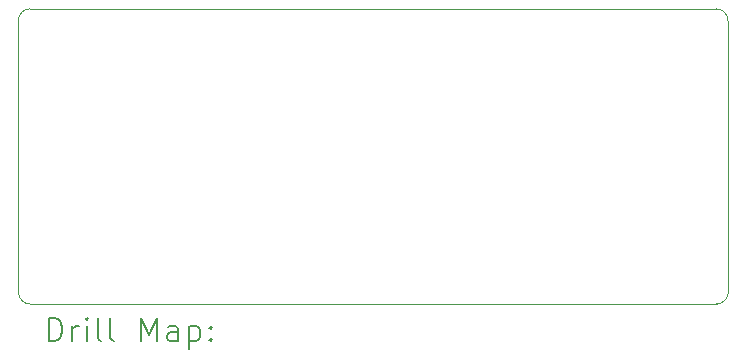
<source format=gbr>
%TF.GenerationSoftware,KiCad,Pcbnew,7.0.6*%
%TF.CreationDate,2024-04-06T17:32:56-04:00*%
%TF.ProjectId,5.2_5V,352e325f-3556-42e6-9b69-6361645f7063,rev?*%
%TF.SameCoordinates,Original*%
%TF.FileFunction,Drillmap*%
%TF.FilePolarity,Positive*%
%FSLAX45Y45*%
G04 Gerber Fmt 4.5, Leading zero omitted, Abs format (unit mm)*
G04 Created by KiCad (PCBNEW 7.0.6) date 2024-04-06 17:32:56*
%MOMM*%
%LPD*%
G01*
G04 APERTURE LIST*
%ADD10C,0.100000*%
%ADD11C,0.200000*%
G04 APERTURE END LIST*
D10*
X12553950Y-3287700D02*
X12553950Y-5587700D01*
X18561050Y-3287700D02*
X18565000Y-5587012D01*
X18561050Y-3287700D02*
G75*
G03*
X18461050Y-3187700I-100000J0D01*
G01*
X12653950Y-3187700D02*
G75*
G03*
X12553950Y-3287700I0J-100000D01*
G01*
X12653950Y-3187700D02*
X18461050Y-3187700D01*
X12653950Y-5687700D02*
X18465012Y-5687012D01*
X12553950Y-5587700D02*
G75*
G03*
X12653950Y-5687700I100000J0D01*
G01*
X18465012Y-5687010D02*
G75*
G03*
X18565000Y-5587012I-12J100000D01*
G01*
D11*
X12809727Y-6004184D02*
X12809727Y-5804184D01*
X12809727Y-5804184D02*
X12857346Y-5804184D01*
X12857346Y-5804184D02*
X12885917Y-5813708D01*
X12885917Y-5813708D02*
X12904965Y-5832755D01*
X12904965Y-5832755D02*
X12914489Y-5851803D01*
X12914489Y-5851803D02*
X12924012Y-5889898D01*
X12924012Y-5889898D02*
X12924012Y-5918469D01*
X12924012Y-5918469D02*
X12914489Y-5956565D01*
X12914489Y-5956565D02*
X12904965Y-5975612D01*
X12904965Y-5975612D02*
X12885917Y-5994660D01*
X12885917Y-5994660D02*
X12857346Y-6004184D01*
X12857346Y-6004184D02*
X12809727Y-6004184D01*
X13009727Y-6004184D02*
X13009727Y-5870850D01*
X13009727Y-5908946D02*
X13019251Y-5889898D01*
X13019251Y-5889898D02*
X13028774Y-5880374D01*
X13028774Y-5880374D02*
X13047822Y-5870850D01*
X13047822Y-5870850D02*
X13066870Y-5870850D01*
X13133536Y-6004184D02*
X13133536Y-5870850D01*
X13133536Y-5804184D02*
X13124012Y-5813708D01*
X13124012Y-5813708D02*
X13133536Y-5823231D01*
X13133536Y-5823231D02*
X13143060Y-5813708D01*
X13143060Y-5813708D02*
X13133536Y-5804184D01*
X13133536Y-5804184D02*
X13133536Y-5823231D01*
X13257346Y-6004184D02*
X13238298Y-5994660D01*
X13238298Y-5994660D02*
X13228774Y-5975612D01*
X13228774Y-5975612D02*
X13228774Y-5804184D01*
X13362108Y-6004184D02*
X13343060Y-5994660D01*
X13343060Y-5994660D02*
X13333536Y-5975612D01*
X13333536Y-5975612D02*
X13333536Y-5804184D01*
X13590679Y-6004184D02*
X13590679Y-5804184D01*
X13590679Y-5804184D02*
X13657346Y-5947041D01*
X13657346Y-5947041D02*
X13724012Y-5804184D01*
X13724012Y-5804184D02*
X13724012Y-6004184D01*
X13904965Y-6004184D02*
X13904965Y-5899422D01*
X13904965Y-5899422D02*
X13895441Y-5880374D01*
X13895441Y-5880374D02*
X13876393Y-5870850D01*
X13876393Y-5870850D02*
X13838298Y-5870850D01*
X13838298Y-5870850D02*
X13819251Y-5880374D01*
X13904965Y-5994660D02*
X13885917Y-6004184D01*
X13885917Y-6004184D02*
X13838298Y-6004184D01*
X13838298Y-6004184D02*
X13819251Y-5994660D01*
X13819251Y-5994660D02*
X13809727Y-5975612D01*
X13809727Y-5975612D02*
X13809727Y-5956565D01*
X13809727Y-5956565D02*
X13819251Y-5937517D01*
X13819251Y-5937517D02*
X13838298Y-5927993D01*
X13838298Y-5927993D02*
X13885917Y-5927993D01*
X13885917Y-5927993D02*
X13904965Y-5918469D01*
X14000203Y-5870850D02*
X14000203Y-6070850D01*
X14000203Y-5880374D02*
X14019251Y-5870850D01*
X14019251Y-5870850D02*
X14057346Y-5870850D01*
X14057346Y-5870850D02*
X14076393Y-5880374D01*
X14076393Y-5880374D02*
X14085917Y-5889898D01*
X14085917Y-5889898D02*
X14095441Y-5908946D01*
X14095441Y-5908946D02*
X14095441Y-5966088D01*
X14095441Y-5966088D02*
X14085917Y-5985136D01*
X14085917Y-5985136D02*
X14076393Y-5994660D01*
X14076393Y-5994660D02*
X14057346Y-6004184D01*
X14057346Y-6004184D02*
X14019251Y-6004184D01*
X14019251Y-6004184D02*
X14000203Y-5994660D01*
X14181155Y-5985136D02*
X14190679Y-5994660D01*
X14190679Y-5994660D02*
X14181155Y-6004184D01*
X14181155Y-6004184D02*
X14171632Y-5994660D01*
X14171632Y-5994660D02*
X14181155Y-5985136D01*
X14181155Y-5985136D02*
X14181155Y-6004184D01*
X14181155Y-5880374D02*
X14190679Y-5889898D01*
X14190679Y-5889898D02*
X14181155Y-5899422D01*
X14181155Y-5899422D02*
X14171632Y-5889898D01*
X14171632Y-5889898D02*
X14181155Y-5880374D01*
X14181155Y-5880374D02*
X14181155Y-5899422D01*
M02*

</source>
